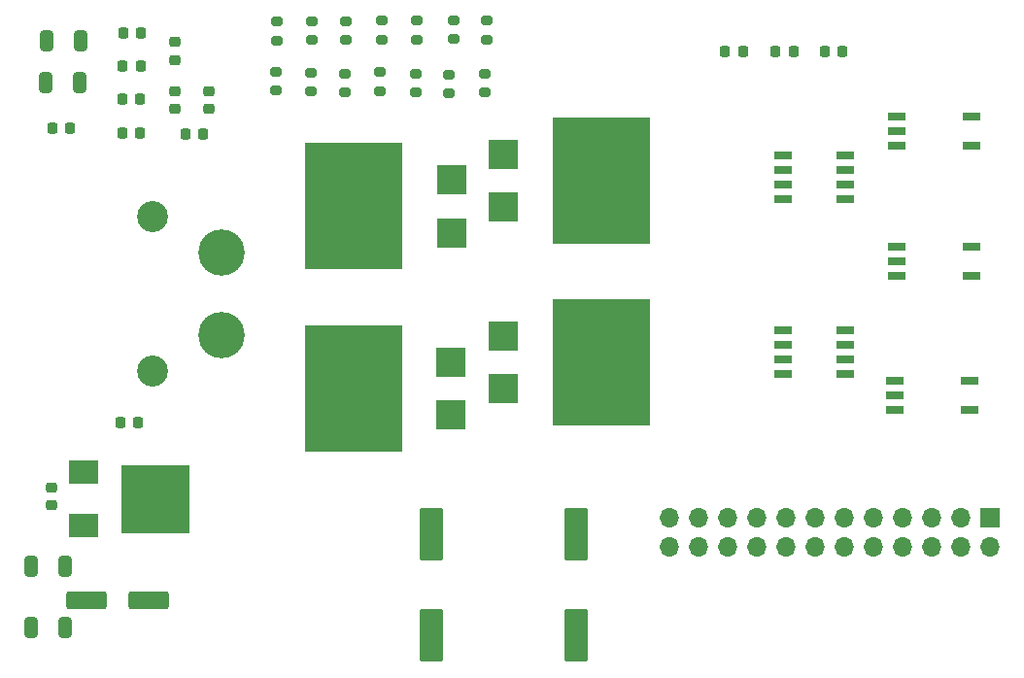
<source format=gbr>
%TF.GenerationSoftware,KiCad,Pcbnew,(7.0.0)*%
%TF.CreationDate,2023-02-15T20:10:10+09:00*%
%TF.ProjectId,_____,618744ac-c12e-46b6-9963-61645f706362,rev?*%
%TF.SameCoordinates,Original*%
%TF.FileFunction,Soldermask,Top*%
%TF.FilePolarity,Negative*%
%FSLAX46Y46*%
G04 Gerber Fmt 4.6, Leading zero omitted, Abs format (unit mm)*
G04 Created by KiCad (PCBNEW (7.0.0)) date 2023-02-15 20:10:10*
%MOMM*%
%LPD*%
G01*
G04 APERTURE LIST*
G04 Aperture macros list*
%AMRoundRect*
0 Rectangle with rounded corners*
0 $1 Rounding radius*
0 $2 $3 $4 $5 $6 $7 $8 $9 X,Y pos of 4 corners*
0 Add a 4 corners polygon primitive as box body*
4,1,4,$2,$3,$4,$5,$6,$7,$8,$9,$2,$3,0*
0 Add four circle primitives for the rounded corners*
1,1,$1+$1,$2,$3*
1,1,$1+$1,$4,$5*
1,1,$1+$1,$6,$7*
1,1,$1+$1,$8,$9*
0 Add four rect primitives between the rounded corners*
20,1,$1+$1,$2,$3,$4,$5,0*
20,1,$1+$1,$4,$5,$6,$7,0*
20,1,$1+$1,$6,$7,$8,$9,0*
20,1,$1+$1,$8,$9,$2,$3,0*%
G04 Aperture macros list end*
%ADD10RoundRect,0.200000X0.275000X-0.200000X0.275000X0.200000X-0.275000X0.200000X-0.275000X-0.200000X0*%
%ADD11RoundRect,0.225000X0.250000X-0.225000X0.250000X0.225000X-0.250000X0.225000X-0.250000X-0.225000X0*%
%ADD12R,2.500000X2.500000*%
%ADD13R,8.500000X11.000000*%
%ADD14R,1.700000X1.700000*%
%ADD15O,1.700000X1.700000*%
%ADD16RoundRect,0.218750X-0.218750X-0.256250X0.218750X-0.256250X0.218750X0.256250X-0.218750X0.256250X0*%
%ADD17R,1.650000X0.700000*%
%ADD18R,2.500000X2.000000*%
%ADD19R,6.000000X6.000000*%
%ADD20RoundRect,0.218750X-0.256250X0.218750X-0.256250X-0.218750X0.256250X-0.218750X0.256250X0.218750X0*%
%ADD21RoundRect,0.225000X-0.225000X-0.250000X0.225000X-0.250000X0.225000X0.250000X-0.225000X0.250000X0*%
%ADD22RoundRect,0.250000X-0.325000X-0.650000X0.325000X-0.650000X0.325000X0.650000X-0.325000X0.650000X0*%
%ADD23RoundRect,0.250000X0.325000X0.650000X-0.325000X0.650000X-0.325000X-0.650000X0.325000X-0.650000X0*%
%ADD24RoundRect,0.218750X0.218750X0.256250X-0.218750X0.256250X-0.218750X-0.256250X0.218750X-0.256250X0*%
%ADD25R,1.525000X0.700000*%
%ADD26RoundRect,0.250001X0.799999X-2.049999X0.799999X2.049999X-0.799999X2.049999X-0.799999X-2.049999X0*%
%ADD27RoundRect,0.250000X-1.500000X-0.550000X1.500000X-0.550000X1.500000X0.550000X-1.500000X0.550000X0*%
%ADD28C,4.050000*%
%ADD29C,2.700000*%
G04 APERTURE END LIST*
D10*
%TO.C,R1*%
X47570000Y-38205000D03*
X47570000Y-36555000D03*
%TD*%
D11*
%TO.C,C7*%
X41607500Y-44215000D03*
X41607500Y-42665000D03*
%TD*%
D12*
%TO.C,Q3*%
X67294999Y-48119999D03*
D13*
X75794999Y-50419999D03*
D12*
X67294999Y-52719999D03*
%TD*%
D14*
%TO.C,J2*%
X109724999Y-79849999D03*
D15*
X109724999Y-82389999D03*
X107184999Y-79849999D03*
X107184999Y-82389999D03*
X104644999Y-79849999D03*
X104644999Y-82389999D03*
X102104999Y-79849999D03*
X102104999Y-82389999D03*
X99564999Y-79849999D03*
X99564999Y-82389999D03*
X97024999Y-79849999D03*
X97024999Y-82389999D03*
X94484999Y-79849999D03*
X94484999Y-82389999D03*
X91944999Y-79849999D03*
X91944999Y-82389999D03*
X89404999Y-79849999D03*
X89404999Y-82389999D03*
X86864999Y-79849999D03*
X86864999Y-82389999D03*
X84324999Y-79849999D03*
X84324999Y-82389999D03*
X81784999Y-79849999D03*
X81784999Y-82389999D03*
%TD*%
D16*
%TO.C,D6*%
X27945000Y-45835000D03*
X29520000Y-45835000D03*
%TD*%
D10*
%TO.C,R2*%
X50570000Y-38195000D03*
X50570000Y-36545000D03*
%TD*%
D17*
%TO.C,IC3*%
X107909999Y-70394999D03*
X107909999Y-67854999D03*
X101409999Y-67854999D03*
X101409999Y-69124999D03*
X101409999Y-70394999D03*
%TD*%
D10*
%TO.C,R9*%
X50470000Y-42665000D03*
X50470000Y-41015000D03*
%TD*%
D18*
%TO.C,IC6*%
X30709999Y-75869999D03*
X30709999Y-80469999D03*
D19*
X36959999Y-78169999D03*
%TD*%
D10*
%TO.C,R8*%
X47470000Y-42605000D03*
X47470000Y-40955000D03*
%TD*%
%TO.C,R6*%
X62920000Y-38115000D03*
X62920000Y-36465000D03*
%TD*%
D17*
%TO.C,IC4*%
X108094999Y-58769999D03*
X108094999Y-56229999D03*
X101594999Y-56229999D03*
X101594999Y-57499999D03*
X101594999Y-58769999D03*
%TD*%
D20*
%TO.C,D4*%
X38657500Y-38362500D03*
X38657500Y-39937500D03*
%TD*%
D21*
%TO.C,C8*%
X33925000Y-71550000D03*
X35475000Y-71550000D03*
%TD*%
D16*
%TO.C,D9*%
X86590000Y-39220000D03*
X88165000Y-39220000D03*
%TD*%
D22*
%TO.C,C3*%
X27497500Y-38255000D03*
X30447500Y-38255000D03*
%TD*%
D10*
%TO.C,R12*%
X59610000Y-42735000D03*
X59610000Y-41085000D03*
%TD*%
D23*
%TO.C,C1*%
X29065000Y-84070000D03*
X26115000Y-84070000D03*
%TD*%
D16*
%TO.C,D3*%
X34130000Y-37570000D03*
X35705000Y-37570000D03*
%TD*%
%TO.C,D5*%
X34070000Y-46320000D03*
X35645000Y-46320000D03*
%TD*%
%TO.C,D10*%
X95270000Y-39220000D03*
X96845000Y-39220000D03*
%TD*%
D12*
%TO.C,Q2*%
X62739999Y-70879999D03*
D13*
X54239999Y-68579999D03*
D12*
X62739999Y-66279999D03*
%TD*%
D24*
%TO.C,D2*%
X35625000Y-43330000D03*
X34050000Y-43330000D03*
%TD*%
D16*
%TO.C,D1*%
X34082500Y-40470000D03*
X35657500Y-40470000D03*
%TD*%
D10*
%TO.C,R5*%
X59750000Y-38155000D03*
X59750000Y-36505000D03*
%TD*%
D11*
%TO.C,C6*%
X38667500Y-44200000D03*
X38667500Y-42650000D03*
%TD*%
D20*
%TO.C,D7*%
X27860000Y-77162500D03*
X27860000Y-78737500D03*
%TD*%
D10*
%TO.C,R3*%
X53570000Y-38185000D03*
X53570000Y-36535000D03*
%TD*%
D25*
%TO.C,U2*%
X97051999Y-52069999D03*
X97051999Y-50799999D03*
X97051999Y-49529999D03*
X97051999Y-48259999D03*
X91627999Y-48259999D03*
X91627999Y-49529999D03*
X91627999Y-50799999D03*
X91627999Y-52069999D03*
%TD*%
D10*
%TO.C,R11*%
X56490000Y-42640000D03*
X56490000Y-40990000D03*
%TD*%
D16*
%TO.C,D8*%
X90982500Y-39220000D03*
X92557500Y-39220000D03*
%TD*%
D12*
%TO.C,Q1*%
X67284999Y-63999999D03*
D13*
X75784999Y-66299999D03*
D12*
X67284999Y-68599999D03*
%TD*%
%TO.C,Q4*%
X62744999Y-54969999D03*
D13*
X54244999Y-52669999D03*
D12*
X62744999Y-50369999D03*
%TD*%
D10*
%TO.C,R7*%
X65830000Y-38135000D03*
X65830000Y-36485000D03*
%TD*%
D17*
%TO.C,IC5*%
X108094999Y-47394999D03*
X108094999Y-44854999D03*
X101594999Y-44854999D03*
X101594999Y-46124999D03*
X101594999Y-47394999D03*
%TD*%
D10*
%TO.C,R10*%
X53460000Y-42735000D03*
X53460000Y-41085000D03*
%TD*%
D25*
%TO.C,U1*%
X91627999Y-63499999D03*
X91627999Y-64769999D03*
X91627999Y-66039999D03*
X91627999Y-67309999D03*
X97051999Y-67309999D03*
X97051999Y-66039999D03*
X97051999Y-64769999D03*
X97051999Y-63499999D03*
%TD*%
D10*
%TO.C,R4*%
X56700000Y-38160000D03*
X56700000Y-36510000D03*
%TD*%
D26*
%TO.C,C11*%
X73660000Y-90080000D03*
X73660000Y-81280000D03*
%TD*%
%TO.C,C10*%
X60990000Y-90050000D03*
X60990000Y-81250000D03*
%TD*%
D27*
%TO.C,C9*%
X30950000Y-86980000D03*
X36350000Y-86980000D03*
%TD*%
D28*
%TO.C,J1*%
X42720000Y-63925000D03*
X42720000Y-56725000D03*
D29*
X36720000Y-53575000D03*
X36720000Y-67075000D03*
%TD*%
D21*
%TO.C,C5*%
X39577500Y-46390000D03*
X41127500Y-46390000D03*
%TD*%
D10*
%TO.C,R13*%
X62540000Y-42825000D03*
X62540000Y-41175000D03*
%TD*%
D23*
%TO.C,C2*%
X29065000Y-89350000D03*
X26115000Y-89350000D03*
%TD*%
D22*
%TO.C,C4*%
X27432500Y-41930000D03*
X30382500Y-41930000D03*
%TD*%
D10*
%TO.C,R14*%
X65620000Y-42770000D03*
X65620000Y-41120000D03*
%TD*%
M02*

</source>
